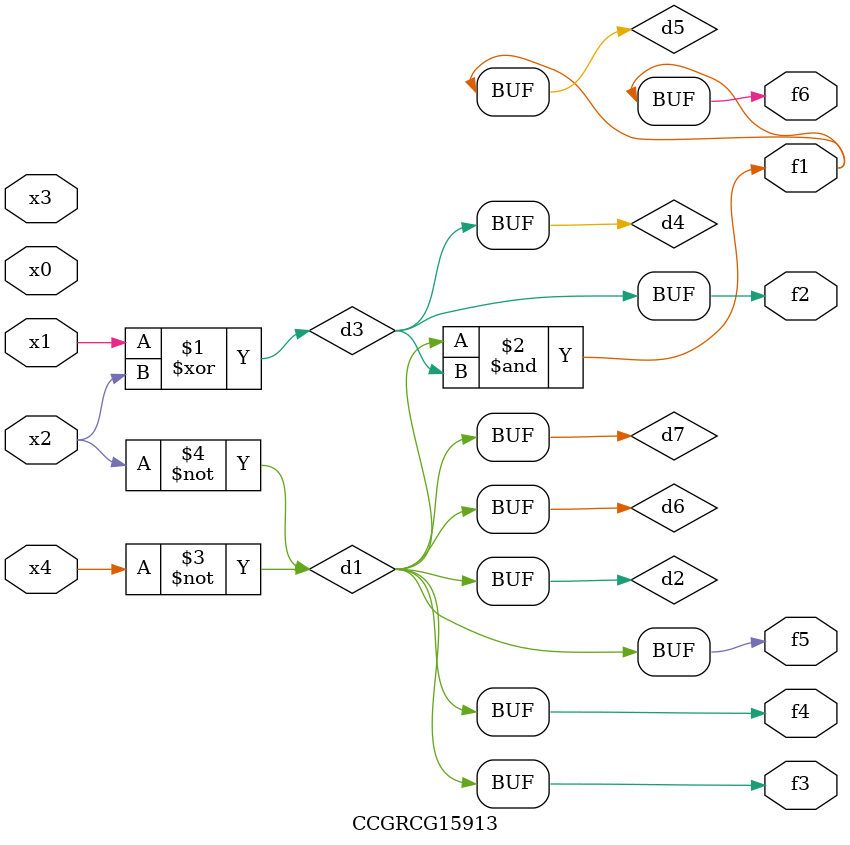
<source format=v>
module CCGRCG15913(
	input x0, x1, x2, x3, x4,
	output f1, f2, f3, f4, f5, f6
);

	wire d1, d2, d3, d4, d5, d6, d7;

	not (d1, x4);
	not (d2, x2);
	xor (d3, x1, x2);
	buf (d4, d3);
	and (d5, d1, d3);
	buf (d6, d1, d2);
	buf (d7, d2);
	assign f1 = d5;
	assign f2 = d4;
	assign f3 = d7;
	assign f4 = d7;
	assign f5 = d7;
	assign f6 = d5;
endmodule

</source>
